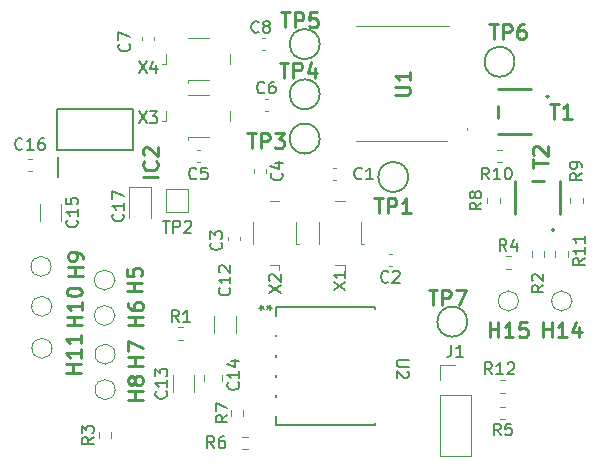
<source format=gbr>
%TF.GenerationSoftware,KiCad,Pcbnew,8.0.6*%
%TF.CreationDate,2025-01-13T11:37:24-05:00*%
%TF.ProjectId,kmh_RTx,6b6d685f-5254-4782-9e6b-696361645f70,rev?*%
%TF.SameCoordinates,Original*%
%TF.FileFunction,Legend,Top*%
%TF.FilePolarity,Positive*%
%FSLAX46Y46*%
G04 Gerber Fmt 4.6, Leading zero omitted, Abs format (unit mm)*
G04 Created by KiCad (PCBNEW 8.0.6) date 2025-01-13 11:37:24*
%MOMM*%
%LPD*%
G01*
G04 APERTURE LIST*
%ADD10C,0.254000*%
%ADD11C,0.150000*%
%ADD12C,0.200000*%
%ADD13C,0.120000*%
%ADD14C,0.100000*%
%ADD15C,0.250000*%
%ADD16C,0.152400*%
G04 APERTURE END LIST*
D10*
X124255381Y-48564318D02*
X124981095Y-48564318D01*
X124618238Y-49834318D02*
X124618238Y-48564318D01*
X125404428Y-49834318D02*
X125404428Y-48564318D01*
X125404428Y-48564318D02*
X125888238Y-48564318D01*
X125888238Y-48564318D02*
X126009190Y-48624794D01*
X126009190Y-48624794D02*
X126069667Y-48685270D01*
X126069667Y-48685270D02*
X126130143Y-48806222D01*
X126130143Y-48806222D02*
X126130143Y-48987651D01*
X126130143Y-48987651D02*
X126069667Y-49108603D01*
X126069667Y-49108603D02*
X126009190Y-49169080D01*
X126009190Y-49169080D02*
X125888238Y-49229556D01*
X125888238Y-49229556D02*
X125404428Y-49229556D01*
X126553476Y-48564318D02*
X127400143Y-48564318D01*
X127400143Y-48564318D02*
X126855857Y-49834318D01*
D11*
X99690476Y-29204819D02*
X100357142Y-30204819D01*
X100357142Y-29204819D02*
X99690476Y-30204819D01*
X101166666Y-29538152D02*
X101166666Y-30204819D01*
X100928571Y-29157200D02*
X100690476Y-29871485D01*
X100690476Y-29871485D02*
X101309523Y-29871485D01*
X99690476Y-33454819D02*
X100357142Y-34454819D01*
X100357142Y-33454819D02*
X99690476Y-34454819D01*
X100642857Y-33454819D02*
X101261904Y-33454819D01*
X101261904Y-33454819D02*
X100928571Y-33835771D01*
X100928571Y-33835771D02*
X101071428Y-33835771D01*
X101071428Y-33835771D02*
X101166666Y-33883390D01*
X101166666Y-33883390D02*
X101214285Y-33931009D01*
X101214285Y-33931009D02*
X101261904Y-34026247D01*
X101261904Y-34026247D02*
X101261904Y-34264342D01*
X101261904Y-34264342D02*
X101214285Y-34359580D01*
X101214285Y-34359580D02*
X101166666Y-34407200D01*
X101166666Y-34407200D02*
X101071428Y-34454819D01*
X101071428Y-34454819D02*
X100785714Y-34454819D01*
X100785714Y-34454819D02*
X100690476Y-34407200D01*
X100690476Y-34407200D02*
X100642857Y-34359580D01*
X110704819Y-48809523D02*
X111704819Y-48142857D01*
X110704819Y-48142857D02*
X111704819Y-48809523D01*
X110800057Y-47809523D02*
X110752438Y-47761904D01*
X110752438Y-47761904D02*
X110704819Y-47666666D01*
X110704819Y-47666666D02*
X110704819Y-47428571D01*
X110704819Y-47428571D02*
X110752438Y-47333333D01*
X110752438Y-47333333D02*
X110800057Y-47285714D01*
X110800057Y-47285714D02*
X110895295Y-47238095D01*
X110895295Y-47238095D02*
X110990533Y-47238095D01*
X110990533Y-47238095D02*
X111133390Y-47285714D01*
X111133390Y-47285714D02*
X111704819Y-47857142D01*
X111704819Y-47857142D02*
X111704819Y-47238095D01*
X116204819Y-48559523D02*
X117204819Y-47892857D01*
X116204819Y-47892857D02*
X117204819Y-48559523D01*
X117204819Y-46988095D02*
X117204819Y-47559523D01*
X117204819Y-47273809D02*
X116204819Y-47273809D01*
X116204819Y-47273809D02*
X116347676Y-47369047D01*
X116347676Y-47369047D02*
X116442914Y-47464285D01*
X116442914Y-47464285D02*
X116490533Y-47559523D01*
X129607142Y-55704819D02*
X129273809Y-55228628D01*
X129035714Y-55704819D02*
X129035714Y-54704819D01*
X129035714Y-54704819D02*
X129416666Y-54704819D01*
X129416666Y-54704819D02*
X129511904Y-54752438D01*
X129511904Y-54752438D02*
X129559523Y-54800057D01*
X129559523Y-54800057D02*
X129607142Y-54895295D01*
X129607142Y-54895295D02*
X129607142Y-55038152D01*
X129607142Y-55038152D02*
X129559523Y-55133390D01*
X129559523Y-55133390D02*
X129511904Y-55181009D01*
X129511904Y-55181009D02*
X129416666Y-55228628D01*
X129416666Y-55228628D02*
X129035714Y-55228628D01*
X130559523Y-55704819D02*
X129988095Y-55704819D01*
X130273809Y-55704819D02*
X130273809Y-54704819D01*
X130273809Y-54704819D02*
X130178571Y-54847676D01*
X130178571Y-54847676D02*
X130083333Y-54942914D01*
X130083333Y-54942914D02*
X129988095Y-54990533D01*
X130940476Y-54800057D02*
X130988095Y-54752438D01*
X130988095Y-54752438D02*
X131083333Y-54704819D01*
X131083333Y-54704819D02*
X131321428Y-54704819D01*
X131321428Y-54704819D02*
X131416666Y-54752438D01*
X131416666Y-54752438D02*
X131464285Y-54800057D01*
X131464285Y-54800057D02*
X131511904Y-54895295D01*
X131511904Y-54895295D02*
X131511904Y-54990533D01*
X131511904Y-54990533D02*
X131464285Y-55133390D01*
X131464285Y-55133390D02*
X130892857Y-55704819D01*
X130892857Y-55704819D02*
X131511904Y-55704819D01*
X126166666Y-53204819D02*
X126166666Y-53919104D01*
X126166666Y-53919104D02*
X126119047Y-54061961D01*
X126119047Y-54061961D02*
X126023809Y-54157200D01*
X126023809Y-54157200D02*
X125880952Y-54204819D01*
X125880952Y-54204819D02*
X125785714Y-54204819D01*
X127166666Y-54204819D02*
X126595238Y-54204819D01*
X126880952Y-54204819D02*
X126880952Y-53204819D01*
X126880952Y-53204819D02*
X126785714Y-53347676D01*
X126785714Y-53347676D02*
X126690476Y-53442914D01*
X126690476Y-53442914D02*
X126595238Y-53490533D01*
D10*
X121412318Y-32067619D02*
X122440413Y-32067619D01*
X122440413Y-32067619D02*
X122561365Y-32007142D01*
X122561365Y-32007142D02*
X122621842Y-31946666D01*
X122621842Y-31946666D02*
X122682318Y-31825714D01*
X122682318Y-31825714D02*
X122682318Y-31583809D01*
X122682318Y-31583809D02*
X122621842Y-31462857D01*
X122621842Y-31462857D02*
X122561365Y-31402380D01*
X122561365Y-31402380D02*
X122440413Y-31341904D01*
X122440413Y-31341904D02*
X121412318Y-31341904D01*
X122682318Y-30071904D02*
X122682318Y-30797619D01*
X122682318Y-30434762D02*
X121412318Y-30434762D01*
X121412318Y-30434762D02*
X121593746Y-30555714D01*
X121593746Y-30555714D02*
X121714699Y-30676666D01*
X121714699Y-30676666D02*
X121775175Y-30797619D01*
X134532381Y-32804318D02*
X135258095Y-32804318D01*
X134895238Y-34074318D02*
X134895238Y-32804318D01*
X136346667Y-34074318D02*
X135620952Y-34074318D01*
X135983809Y-34074318D02*
X135983809Y-32804318D01*
X135983809Y-32804318D02*
X135862857Y-32985746D01*
X135862857Y-32985746D02*
X135741905Y-33106699D01*
X135741905Y-33106699D02*
X135620952Y-33167175D01*
X133054318Y-38217618D02*
X133054318Y-37491904D01*
X134324318Y-37854761D02*
X133054318Y-37854761D01*
X133175270Y-37129047D02*
X133114794Y-37068571D01*
X133114794Y-37068571D02*
X133054318Y-36947618D01*
X133054318Y-36947618D02*
X133054318Y-36645237D01*
X133054318Y-36645237D02*
X133114794Y-36524285D01*
X133114794Y-36524285D02*
X133175270Y-36463809D01*
X133175270Y-36463809D02*
X133296222Y-36403332D01*
X133296222Y-36403332D02*
X133417175Y-36403332D01*
X133417175Y-36403332D02*
X133598603Y-36463809D01*
X133598603Y-36463809D02*
X134324318Y-37189523D01*
X134324318Y-37189523D02*
X134324318Y-36403332D01*
D11*
X122545180Y-54488095D02*
X121735657Y-54488095D01*
X121735657Y-54488095D02*
X121640419Y-54535714D01*
X121640419Y-54535714D02*
X121592800Y-54583333D01*
X121592800Y-54583333D02*
X121545180Y-54678571D01*
X121545180Y-54678571D02*
X121545180Y-54869047D01*
X121545180Y-54869047D02*
X121592800Y-54964285D01*
X121592800Y-54964285D02*
X121640419Y-55011904D01*
X121640419Y-55011904D02*
X121735657Y-55059523D01*
X121735657Y-55059523D02*
X122545180Y-55059523D01*
X122449942Y-55488095D02*
X122497561Y-55535714D01*
X122497561Y-55535714D02*
X122545180Y-55630952D01*
X122545180Y-55630952D02*
X122545180Y-55869047D01*
X122545180Y-55869047D02*
X122497561Y-55964285D01*
X122497561Y-55964285D02*
X122449942Y-56011904D01*
X122449942Y-56011904D02*
X122354704Y-56059523D01*
X122354704Y-56059523D02*
X122259466Y-56059523D01*
X122259466Y-56059523D02*
X122116609Y-56011904D01*
X122116609Y-56011904D02*
X121545180Y-55440476D01*
X121545180Y-55440476D02*
X121545180Y-56059523D01*
X110966580Y-50064999D02*
X110728485Y-50064999D01*
X110823723Y-49826904D02*
X110728485Y-50064999D01*
X110728485Y-50064999D02*
X110823723Y-50303094D01*
X110538009Y-49922142D02*
X110728485Y-50064999D01*
X110728485Y-50064999D02*
X110538009Y-50207856D01*
X109876219Y-50064998D02*
X110114314Y-50064998D01*
X110019076Y-50303093D02*
X110114314Y-50064998D01*
X110114314Y-50064998D02*
X110019076Y-49826903D01*
X110304790Y-50207855D02*
X110114314Y-50064998D01*
X110114314Y-50064998D02*
X110304790Y-49922141D01*
D10*
X129397381Y-26054318D02*
X130123095Y-26054318D01*
X129760238Y-27324318D02*
X129760238Y-26054318D01*
X130546428Y-27324318D02*
X130546428Y-26054318D01*
X130546428Y-26054318D02*
X131030238Y-26054318D01*
X131030238Y-26054318D02*
X131151190Y-26114794D01*
X131151190Y-26114794D02*
X131211667Y-26175270D01*
X131211667Y-26175270D02*
X131272143Y-26296222D01*
X131272143Y-26296222D02*
X131272143Y-26477651D01*
X131272143Y-26477651D02*
X131211667Y-26598603D01*
X131211667Y-26598603D02*
X131151190Y-26659080D01*
X131151190Y-26659080D02*
X131030238Y-26719556D01*
X131030238Y-26719556D02*
X130546428Y-26719556D01*
X132360714Y-26054318D02*
X132118809Y-26054318D01*
X132118809Y-26054318D02*
X131997857Y-26114794D01*
X131997857Y-26114794D02*
X131937381Y-26175270D01*
X131937381Y-26175270D02*
X131816428Y-26356699D01*
X131816428Y-26356699D02*
X131755952Y-26598603D01*
X131755952Y-26598603D02*
X131755952Y-27082413D01*
X131755952Y-27082413D02*
X131816428Y-27203365D01*
X131816428Y-27203365D02*
X131876905Y-27263842D01*
X131876905Y-27263842D02*
X131997857Y-27324318D01*
X131997857Y-27324318D02*
X132239762Y-27324318D01*
X132239762Y-27324318D02*
X132360714Y-27263842D01*
X132360714Y-27263842D02*
X132421190Y-27203365D01*
X132421190Y-27203365D02*
X132481667Y-27082413D01*
X132481667Y-27082413D02*
X132481667Y-26780032D01*
X132481667Y-26780032D02*
X132421190Y-26659080D01*
X132421190Y-26659080D02*
X132360714Y-26598603D01*
X132360714Y-26598603D02*
X132239762Y-26538127D01*
X132239762Y-26538127D02*
X131997857Y-26538127D01*
X131997857Y-26538127D02*
X131876905Y-26598603D01*
X131876905Y-26598603D02*
X131816428Y-26659080D01*
X131816428Y-26659080D02*
X131755952Y-26780032D01*
X111755381Y-25064318D02*
X112481095Y-25064318D01*
X112118238Y-26334318D02*
X112118238Y-25064318D01*
X112904428Y-26334318D02*
X112904428Y-25064318D01*
X112904428Y-25064318D02*
X113388238Y-25064318D01*
X113388238Y-25064318D02*
X113509190Y-25124794D01*
X113509190Y-25124794D02*
X113569667Y-25185270D01*
X113569667Y-25185270D02*
X113630143Y-25306222D01*
X113630143Y-25306222D02*
X113630143Y-25487651D01*
X113630143Y-25487651D02*
X113569667Y-25608603D01*
X113569667Y-25608603D02*
X113509190Y-25669080D01*
X113509190Y-25669080D02*
X113388238Y-25729556D01*
X113388238Y-25729556D02*
X112904428Y-25729556D01*
X114779190Y-25064318D02*
X114174428Y-25064318D01*
X114174428Y-25064318D02*
X114113952Y-25669080D01*
X114113952Y-25669080D02*
X114174428Y-25608603D01*
X114174428Y-25608603D02*
X114295381Y-25548127D01*
X114295381Y-25548127D02*
X114597762Y-25548127D01*
X114597762Y-25548127D02*
X114718714Y-25608603D01*
X114718714Y-25608603D02*
X114779190Y-25669080D01*
X114779190Y-25669080D02*
X114839667Y-25790032D01*
X114839667Y-25790032D02*
X114839667Y-26092413D01*
X114839667Y-26092413D02*
X114779190Y-26213365D01*
X114779190Y-26213365D02*
X114718714Y-26273842D01*
X114718714Y-26273842D02*
X114597762Y-26334318D01*
X114597762Y-26334318D02*
X114295381Y-26334318D01*
X114295381Y-26334318D02*
X114174428Y-26273842D01*
X114174428Y-26273842D02*
X114113952Y-26213365D01*
X111647381Y-29314318D02*
X112373095Y-29314318D01*
X112010238Y-30584318D02*
X112010238Y-29314318D01*
X112796428Y-30584318D02*
X112796428Y-29314318D01*
X112796428Y-29314318D02*
X113280238Y-29314318D01*
X113280238Y-29314318D02*
X113401190Y-29374794D01*
X113401190Y-29374794D02*
X113461667Y-29435270D01*
X113461667Y-29435270D02*
X113522143Y-29556222D01*
X113522143Y-29556222D02*
X113522143Y-29737651D01*
X113522143Y-29737651D02*
X113461667Y-29858603D01*
X113461667Y-29858603D02*
X113401190Y-29919080D01*
X113401190Y-29919080D02*
X113280238Y-29979556D01*
X113280238Y-29979556D02*
X112796428Y-29979556D01*
X114610714Y-29737651D02*
X114610714Y-30584318D01*
X114308333Y-29253842D02*
X114005952Y-30160984D01*
X114005952Y-30160984D02*
X114792143Y-30160984D01*
X108897381Y-35304318D02*
X109623095Y-35304318D01*
X109260238Y-36574318D02*
X109260238Y-35304318D01*
X110046428Y-36574318D02*
X110046428Y-35304318D01*
X110046428Y-35304318D02*
X110530238Y-35304318D01*
X110530238Y-35304318D02*
X110651190Y-35364794D01*
X110651190Y-35364794D02*
X110711667Y-35425270D01*
X110711667Y-35425270D02*
X110772143Y-35546222D01*
X110772143Y-35546222D02*
X110772143Y-35727651D01*
X110772143Y-35727651D02*
X110711667Y-35848603D01*
X110711667Y-35848603D02*
X110651190Y-35909080D01*
X110651190Y-35909080D02*
X110530238Y-35969556D01*
X110530238Y-35969556D02*
X110046428Y-35969556D01*
X111195476Y-35304318D02*
X111981667Y-35304318D01*
X111981667Y-35304318D02*
X111558333Y-35788127D01*
X111558333Y-35788127D02*
X111739762Y-35788127D01*
X111739762Y-35788127D02*
X111860714Y-35848603D01*
X111860714Y-35848603D02*
X111921190Y-35909080D01*
X111921190Y-35909080D02*
X111981667Y-36030032D01*
X111981667Y-36030032D02*
X111981667Y-36332413D01*
X111981667Y-36332413D02*
X111921190Y-36453365D01*
X111921190Y-36453365D02*
X111860714Y-36513842D01*
X111860714Y-36513842D02*
X111739762Y-36574318D01*
X111739762Y-36574318D02*
X111376905Y-36574318D01*
X111376905Y-36574318D02*
X111255952Y-36513842D01*
X111255952Y-36513842D02*
X111195476Y-36453365D01*
X119647381Y-40804318D02*
X120373095Y-40804318D01*
X120010238Y-42074318D02*
X120010238Y-40804318D01*
X120796428Y-42074318D02*
X120796428Y-40804318D01*
X120796428Y-40804318D02*
X121280238Y-40804318D01*
X121280238Y-40804318D02*
X121401190Y-40864794D01*
X121401190Y-40864794D02*
X121461667Y-40925270D01*
X121461667Y-40925270D02*
X121522143Y-41046222D01*
X121522143Y-41046222D02*
X121522143Y-41227651D01*
X121522143Y-41227651D02*
X121461667Y-41348603D01*
X121461667Y-41348603D02*
X121401190Y-41409080D01*
X121401190Y-41409080D02*
X121280238Y-41469556D01*
X121280238Y-41469556D02*
X120796428Y-41469556D01*
X122731667Y-42074318D02*
X122005952Y-42074318D01*
X122368809Y-42074318D02*
X122368809Y-40804318D01*
X122368809Y-40804318D02*
X122247857Y-40985746D01*
X122247857Y-40985746D02*
X122126905Y-41106699D01*
X122126905Y-41106699D02*
X122005952Y-41167175D01*
D11*
X137454819Y-45892857D02*
X136978628Y-46226190D01*
X137454819Y-46464285D02*
X136454819Y-46464285D01*
X136454819Y-46464285D02*
X136454819Y-46083333D01*
X136454819Y-46083333D02*
X136502438Y-45988095D01*
X136502438Y-45988095D02*
X136550057Y-45940476D01*
X136550057Y-45940476D02*
X136645295Y-45892857D01*
X136645295Y-45892857D02*
X136788152Y-45892857D01*
X136788152Y-45892857D02*
X136883390Y-45940476D01*
X136883390Y-45940476D02*
X136931009Y-45988095D01*
X136931009Y-45988095D02*
X136978628Y-46083333D01*
X136978628Y-46083333D02*
X136978628Y-46464285D01*
X137454819Y-44940476D02*
X137454819Y-45511904D01*
X137454819Y-45226190D02*
X136454819Y-45226190D01*
X136454819Y-45226190D02*
X136597676Y-45321428D01*
X136597676Y-45321428D02*
X136692914Y-45416666D01*
X136692914Y-45416666D02*
X136740533Y-45511904D01*
X137454819Y-43988095D02*
X137454819Y-44559523D01*
X137454819Y-44273809D02*
X136454819Y-44273809D01*
X136454819Y-44273809D02*
X136597676Y-44369047D01*
X136597676Y-44369047D02*
X136692914Y-44464285D01*
X136692914Y-44464285D02*
X136740533Y-44559523D01*
X129357142Y-39204819D02*
X129023809Y-38728628D01*
X128785714Y-39204819D02*
X128785714Y-38204819D01*
X128785714Y-38204819D02*
X129166666Y-38204819D01*
X129166666Y-38204819D02*
X129261904Y-38252438D01*
X129261904Y-38252438D02*
X129309523Y-38300057D01*
X129309523Y-38300057D02*
X129357142Y-38395295D01*
X129357142Y-38395295D02*
X129357142Y-38538152D01*
X129357142Y-38538152D02*
X129309523Y-38633390D01*
X129309523Y-38633390D02*
X129261904Y-38681009D01*
X129261904Y-38681009D02*
X129166666Y-38728628D01*
X129166666Y-38728628D02*
X128785714Y-38728628D01*
X130309523Y-39204819D02*
X129738095Y-39204819D01*
X130023809Y-39204819D02*
X130023809Y-38204819D01*
X130023809Y-38204819D02*
X129928571Y-38347676D01*
X129928571Y-38347676D02*
X129833333Y-38442914D01*
X129833333Y-38442914D02*
X129738095Y-38490533D01*
X130928571Y-38204819D02*
X131023809Y-38204819D01*
X131023809Y-38204819D02*
X131119047Y-38252438D01*
X131119047Y-38252438D02*
X131166666Y-38300057D01*
X131166666Y-38300057D02*
X131214285Y-38395295D01*
X131214285Y-38395295D02*
X131261904Y-38585771D01*
X131261904Y-38585771D02*
X131261904Y-38823866D01*
X131261904Y-38823866D02*
X131214285Y-39014342D01*
X131214285Y-39014342D02*
X131166666Y-39109580D01*
X131166666Y-39109580D02*
X131119047Y-39157200D01*
X131119047Y-39157200D02*
X131023809Y-39204819D01*
X131023809Y-39204819D02*
X130928571Y-39204819D01*
X130928571Y-39204819D02*
X130833333Y-39157200D01*
X130833333Y-39157200D02*
X130785714Y-39109580D01*
X130785714Y-39109580D02*
X130738095Y-39014342D01*
X130738095Y-39014342D02*
X130690476Y-38823866D01*
X130690476Y-38823866D02*
X130690476Y-38585771D01*
X130690476Y-38585771D02*
X130738095Y-38395295D01*
X130738095Y-38395295D02*
X130785714Y-38300057D01*
X130785714Y-38300057D02*
X130833333Y-38252438D01*
X130833333Y-38252438D02*
X130928571Y-38204819D01*
X137204819Y-38666666D02*
X136728628Y-38999999D01*
X137204819Y-39238094D02*
X136204819Y-39238094D01*
X136204819Y-39238094D02*
X136204819Y-38857142D01*
X136204819Y-38857142D02*
X136252438Y-38761904D01*
X136252438Y-38761904D02*
X136300057Y-38714285D01*
X136300057Y-38714285D02*
X136395295Y-38666666D01*
X136395295Y-38666666D02*
X136538152Y-38666666D01*
X136538152Y-38666666D02*
X136633390Y-38714285D01*
X136633390Y-38714285D02*
X136681009Y-38761904D01*
X136681009Y-38761904D02*
X136728628Y-38857142D01*
X136728628Y-38857142D02*
X136728628Y-39238094D01*
X137204819Y-38190475D02*
X137204819Y-37999999D01*
X137204819Y-37999999D02*
X137157200Y-37904761D01*
X137157200Y-37904761D02*
X137109580Y-37857142D01*
X137109580Y-37857142D02*
X136966723Y-37761904D01*
X136966723Y-37761904D02*
X136776247Y-37714285D01*
X136776247Y-37714285D02*
X136395295Y-37714285D01*
X136395295Y-37714285D02*
X136300057Y-37761904D01*
X136300057Y-37761904D02*
X136252438Y-37809523D01*
X136252438Y-37809523D02*
X136204819Y-37904761D01*
X136204819Y-37904761D02*
X136204819Y-38095237D01*
X136204819Y-38095237D02*
X136252438Y-38190475D01*
X136252438Y-38190475D02*
X136300057Y-38238094D01*
X136300057Y-38238094D02*
X136395295Y-38285713D01*
X136395295Y-38285713D02*
X136633390Y-38285713D01*
X136633390Y-38285713D02*
X136728628Y-38238094D01*
X136728628Y-38238094D02*
X136776247Y-38190475D01*
X136776247Y-38190475D02*
X136823866Y-38095237D01*
X136823866Y-38095237D02*
X136823866Y-37904761D01*
X136823866Y-37904761D02*
X136776247Y-37809523D01*
X136776247Y-37809523D02*
X136728628Y-37761904D01*
X136728628Y-37761904D02*
X136633390Y-37714285D01*
X128704819Y-41166666D02*
X128228628Y-41499999D01*
X128704819Y-41738094D02*
X127704819Y-41738094D01*
X127704819Y-41738094D02*
X127704819Y-41357142D01*
X127704819Y-41357142D02*
X127752438Y-41261904D01*
X127752438Y-41261904D02*
X127800057Y-41214285D01*
X127800057Y-41214285D02*
X127895295Y-41166666D01*
X127895295Y-41166666D02*
X128038152Y-41166666D01*
X128038152Y-41166666D02*
X128133390Y-41214285D01*
X128133390Y-41214285D02*
X128181009Y-41261904D01*
X128181009Y-41261904D02*
X128228628Y-41357142D01*
X128228628Y-41357142D02*
X128228628Y-41738094D01*
X128133390Y-40595237D02*
X128085771Y-40690475D01*
X128085771Y-40690475D02*
X128038152Y-40738094D01*
X128038152Y-40738094D02*
X127942914Y-40785713D01*
X127942914Y-40785713D02*
X127895295Y-40785713D01*
X127895295Y-40785713D02*
X127800057Y-40738094D01*
X127800057Y-40738094D02*
X127752438Y-40690475D01*
X127752438Y-40690475D02*
X127704819Y-40595237D01*
X127704819Y-40595237D02*
X127704819Y-40404761D01*
X127704819Y-40404761D02*
X127752438Y-40309523D01*
X127752438Y-40309523D02*
X127800057Y-40261904D01*
X127800057Y-40261904D02*
X127895295Y-40214285D01*
X127895295Y-40214285D02*
X127942914Y-40214285D01*
X127942914Y-40214285D02*
X128038152Y-40261904D01*
X128038152Y-40261904D02*
X128085771Y-40309523D01*
X128085771Y-40309523D02*
X128133390Y-40404761D01*
X128133390Y-40404761D02*
X128133390Y-40595237D01*
X128133390Y-40595237D02*
X128181009Y-40690475D01*
X128181009Y-40690475D02*
X128228628Y-40738094D01*
X128228628Y-40738094D02*
X128323866Y-40785713D01*
X128323866Y-40785713D02*
X128514342Y-40785713D01*
X128514342Y-40785713D02*
X128609580Y-40738094D01*
X128609580Y-40738094D02*
X128657200Y-40690475D01*
X128657200Y-40690475D02*
X128704819Y-40595237D01*
X128704819Y-40595237D02*
X128704819Y-40404761D01*
X128704819Y-40404761D02*
X128657200Y-40309523D01*
X128657200Y-40309523D02*
X128609580Y-40261904D01*
X128609580Y-40261904D02*
X128514342Y-40214285D01*
X128514342Y-40214285D02*
X128323866Y-40214285D01*
X128323866Y-40214285D02*
X128228628Y-40261904D01*
X128228628Y-40261904D02*
X128181009Y-40309523D01*
X128181009Y-40309523D02*
X128133390Y-40404761D01*
X107204819Y-59166666D02*
X106728628Y-59499999D01*
X107204819Y-59738094D02*
X106204819Y-59738094D01*
X106204819Y-59738094D02*
X106204819Y-59357142D01*
X106204819Y-59357142D02*
X106252438Y-59261904D01*
X106252438Y-59261904D02*
X106300057Y-59214285D01*
X106300057Y-59214285D02*
X106395295Y-59166666D01*
X106395295Y-59166666D02*
X106538152Y-59166666D01*
X106538152Y-59166666D02*
X106633390Y-59214285D01*
X106633390Y-59214285D02*
X106681009Y-59261904D01*
X106681009Y-59261904D02*
X106728628Y-59357142D01*
X106728628Y-59357142D02*
X106728628Y-59738094D01*
X106204819Y-58833332D02*
X106204819Y-58166666D01*
X106204819Y-58166666D02*
X107204819Y-58595237D01*
X106083333Y-61954819D02*
X105750000Y-61478628D01*
X105511905Y-61954819D02*
X105511905Y-60954819D01*
X105511905Y-60954819D02*
X105892857Y-60954819D01*
X105892857Y-60954819D02*
X105988095Y-61002438D01*
X105988095Y-61002438D02*
X106035714Y-61050057D01*
X106035714Y-61050057D02*
X106083333Y-61145295D01*
X106083333Y-61145295D02*
X106083333Y-61288152D01*
X106083333Y-61288152D02*
X106035714Y-61383390D01*
X106035714Y-61383390D02*
X105988095Y-61431009D01*
X105988095Y-61431009D02*
X105892857Y-61478628D01*
X105892857Y-61478628D02*
X105511905Y-61478628D01*
X106940476Y-60954819D02*
X106750000Y-60954819D01*
X106750000Y-60954819D02*
X106654762Y-61002438D01*
X106654762Y-61002438D02*
X106607143Y-61050057D01*
X106607143Y-61050057D02*
X106511905Y-61192914D01*
X106511905Y-61192914D02*
X106464286Y-61383390D01*
X106464286Y-61383390D02*
X106464286Y-61764342D01*
X106464286Y-61764342D02*
X106511905Y-61859580D01*
X106511905Y-61859580D02*
X106559524Y-61907200D01*
X106559524Y-61907200D02*
X106654762Y-61954819D01*
X106654762Y-61954819D02*
X106845238Y-61954819D01*
X106845238Y-61954819D02*
X106940476Y-61907200D01*
X106940476Y-61907200D02*
X106988095Y-61859580D01*
X106988095Y-61859580D02*
X107035714Y-61764342D01*
X107035714Y-61764342D02*
X107035714Y-61526247D01*
X107035714Y-61526247D02*
X106988095Y-61431009D01*
X106988095Y-61431009D02*
X106940476Y-61383390D01*
X106940476Y-61383390D02*
X106845238Y-61335771D01*
X106845238Y-61335771D02*
X106654762Y-61335771D01*
X106654762Y-61335771D02*
X106559524Y-61383390D01*
X106559524Y-61383390D02*
X106511905Y-61431009D01*
X106511905Y-61431009D02*
X106464286Y-61526247D01*
X102009580Y-57142857D02*
X102057200Y-57190476D01*
X102057200Y-57190476D02*
X102104819Y-57333333D01*
X102104819Y-57333333D02*
X102104819Y-57428571D01*
X102104819Y-57428571D02*
X102057200Y-57571428D01*
X102057200Y-57571428D02*
X101961961Y-57666666D01*
X101961961Y-57666666D02*
X101866723Y-57714285D01*
X101866723Y-57714285D02*
X101676247Y-57761904D01*
X101676247Y-57761904D02*
X101533390Y-57761904D01*
X101533390Y-57761904D02*
X101342914Y-57714285D01*
X101342914Y-57714285D02*
X101247676Y-57666666D01*
X101247676Y-57666666D02*
X101152438Y-57571428D01*
X101152438Y-57571428D02*
X101104819Y-57428571D01*
X101104819Y-57428571D02*
X101104819Y-57333333D01*
X101104819Y-57333333D02*
X101152438Y-57190476D01*
X101152438Y-57190476D02*
X101200057Y-57142857D01*
X102104819Y-56190476D02*
X102104819Y-56761904D01*
X102104819Y-56476190D02*
X101104819Y-56476190D01*
X101104819Y-56476190D02*
X101247676Y-56571428D01*
X101247676Y-56571428D02*
X101342914Y-56666666D01*
X101342914Y-56666666D02*
X101390533Y-56761904D01*
X101104819Y-55857142D02*
X101104819Y-55238095D01*
X101104819Y-55238095D02*
X101485771Y-55571428D01*
X101485771Y-55571428D02*
X101485771Y-55428571D01*
X101485771Y-55428571D02*
X101533390Y-55333333D01*
X101533390Y-55333333D02*
X101581009Y-55285714D01*
X101581009Y-55285714D02*
X101676247Y-55238095D01*
X101676247Y-55238095D02*
X101914342Y-55238095D01*
X101914342Y-55238095D02*
X102009580Y-55285714D01*
X102009580Y-55285714D02*
X102057200Y-55333333D01*
X102057200Y-55333333D02*
X102104819Y-55428571D01*
X102104819Y-55428571D02*
X102104819Y-55714285D01*
X102104819Y-55714285D02*
X102057200Y-55809523D01*
X102057200Y-55809523D02*
X102009580Y-55857142D01*
X107359580Y-48392857D02*
X107407200Y-48440476D01*
X107407200Y-48440476D02*
X107454819Y-48583333D01*
X107454819Y-48583333D02*
X107454819Y-48678571D01*
X107454819Y-48678571D02*
X107407200Y-48821428D01*
X107407200Y-48821428D02*
X107311961Y-48916666D01*
X107311961Y-48916666D02*
X107216723Y-48964285D01*
X107216723Y-48964285D02*
X107026247Y-49011904D01*
X107026247Y-49011904D02*
X106883390Y-49011904D01*
X106883390Y-49011904D02*
X106692914Y-48964285D01*
X106692914Y-48964285D02*
X106597676Y-48916666D01*
X106597676Y-48916666D02*
X106502438Y-48821428D01*
X106502438Y-48821428D02*
X106454819Y-48678571D01*
X106454819Y-48678571D02*
X106454819Y-48583333D01*
X106454819Y-48583333D02*
X106502438Y-48440476D01*
X106502438Y-48440476D02*
X106550057Y-48392857D01*
X107454819Y-47440476D02*
X107454819Y-48011904D01*
X107454819Y-47726190D02*
X106454819Y-47726190D01*
X106454819Y-47726190D02*
X106597676Y-47821428D01*
X106597676Y-47821428D02*
X106692914Y-47916666D01*
X106692914Y-47916666D02*
X106740533Y-48011904D01*
X106550057Y-47059523D02*
X106502438Y-47011904D01*
X106502438Y-47011904D02*
X106454819Y-46916666D01*
X106454819Y-46916666D02*
X106454819Y-46678571D01*
X106454819Y-46678571D02*
X106502438Y-46583333D01*
X106502438Y-46583333D02*
X106550057Y-46535714D01*
X106550057Y-46535714D02*
X106645295Y-46488095D01*
X106645295Y-46488095D02*
X106740533Y-46488095D01*
X106740533Y-46488095D02*
X106883390Y-46535714D01*
X106883390Y-46535714D02*
X107454819Y-47107142D01*
X107454819Y-47107142D02*
X107454819Y-46488095D01*
X111789580Y-38666666D02*
X111837200Y-38714285D01*
X111837200Y-38714285D02*
X111884819Y-38857142D01*
X111884819Y-38857142D02*
X111884819Y-38952380D01*
X111884819Y-38952380D02*
X111837200Y-39095237D01*
X111837200Y-39095237D02*
X111741961Y-39190475D01*
X111741961Y-39190475D02*
X111646723Y-39238094D01*
X111646723Y-39238094D02*
X111456247Y-39285713D01*
X111456247Y-39285713D02*
X111313390Y-39285713D01*
X111313390Y-39285713D02*
X111122914Y-39238094D01*
X111122914Y-39238094D02*
X111027676Y-39190475D01*
X111027676Y-39190475D02*
X110932438Y-39095237D01*
X110932438Y-39095237D02*
X110884819Y-38952380D01*
X110884819Y-38952380D02*
X110884819Y-38857142D01*
X110884819Y-38857142D02*
X110932438Y-38714285D01*
X110932438Y-38714285D02*
X110980057Y-38666666D01*
X111218152Y-37809523D02*
X111884819Y-37809523D01*
X110837200Y-38047618D02*
X111551485Y-38285713D01*
X111551485Y-38285713D02*
X111551485Y-37666666D01*
D10*
X100074318Y-54967619D02*
X98804318Y-54967619D01*
X99409080Y-54967619D02*
X99409080Y-54241904D01*
X100074318Y-54241904D02*
X98804318Y-54241904D01*
X98804318Y-53758095D02*
X98804318Y-52911428D01*
X98804318Y-52911428D02*
X100074318Y-53455714D01*
X101324318Y-38989762D02*
X100054318Y-38989762D01*
X101203365Y-37659285D02*
X101263842Y-37719761D01*
X101263842Y-37719761D02*
X101324318Y-37901190D01*
X101324318Y-37901190D02*
X101324318Y-38022142D01*
X101324318Y-38022142D02*
X101263842Y-38203571D01*
X101263842Y-38203571D02*
X101142889Y-38324523D01*
X101142889Y-38324523D02*
X101021937Y-38385000D01*
X101021937Y-38385000D02*
X100780032Y-38445476D01*
X100780032Y-38445476D02*
X100598603Y-38445476D01*
X100598603Y-38445476D02*
X100356699Y-38385000D01*
X100356699Y-38385000D02*
X100235746Y-38324523D01*
X100235746Y-38324523D02*
X100114794Y-38203571D01*
X100114794Y-38203571D02*
X100054318Y-38022142D01*
X100054318Y-38022142D02*
X100054318Y-37901190D01*
X100054318Y-37901190D02*
X100114794Y-37719761D01*
X100114794Y-37719761D02*
X100175270Y-37659285D01*
X100175270Y-37175476D02*
X100114794Y-37115000D01*
X100114794Y-37115000D02*
X100054318Y-36994047D01*
X100054318Y-36994047D02*
X100054318Y-36691666D01*
X100054318Y-36691666D02*
X100114794Y-36570714D01*
X100114794Y-36570714D02*
X100175270Y-36510238D01*
X100175270Y-36510238D02*
X100296222Y-36449761D01*
X100296222Y-36449761D02*
X100417175Y-36449761D01*
X100417175Y-36449761D02*
X100598603Y-36510238D01*
X100598603Y-36510238D02*
X101324318Y-37235952D01*
X101324318Y-37235952D02*
X101324318Y-36449761D01*
D11*
X104583333Y-39109580D02*
X104535714Y-39157200D01*
X104535714Y-39157200D02*
X104392857Y-39204819D01*
X104392857Y-39204819D02*
X104297619Y-39204819D01*
X104297619Y-39204819D02*
X104154762Y-39157200D01*
X104154762Y-39157200D02*
X104059524Y-39061961D01*
X104059524Y-39061961D02*
X104011905Y-38966723D01*
X104011905Y-38966723D02*
X103964286Y-38776247D01*
X103964286Y-38776247D02*
X103964286Y-38633390D01*
X103964286Y-38633390D02*
X104011905Y-38442914D01*
X104011905Y-38442914D02*
X104059524Y-38347676D01*
X104059524Y-38347676D02*
X104154762Y-38252438D01*
X104154762Y-38252438D02*
X104297619Y-38204819D01*
X104297619Y-38204819D02*
X104392857Y-38204819D01*
X104392857Y-38204819D02*
X104535714Y-38252438D01*
X104535714Y-38252438D02*
X104583333Y-38300057D01*
X105488095Y-38204819D02*
X105011905Y-38204819D01*
X105011905Y-38204819D02*
X104964286Y-38681009D01*
X104964286Y-38681009D02*
X105011905Y-38633390D01*
X105011905Y-38633390D02*
X105107143Y-38585771D01*
X105107143Y-38585771D02*
X105345238Y-38585771D01*
X105345238Y-38585771D02*
X105440476Y-38633390D01*
X105440476Y-38633390D02*
X105488095Y-38681009D01*
X105488095Y-38681009D02*
X105535714Y-38776247D01*
X105535714Y-38776247D02*
X105535714Y-39014342D01*
X105535714Y-39014342D02*
X105488095Y-39109580D01*
X105488095Y-39109580D02*
X105440476Y-39157200D01*
X105440476Y-39157200D02*
X105345238Y-39204819D01*
X105345238Y-39204819D02*
X105107143Y-39204819D01*
X105107143Y-39204819D02*
X105011905Y-39157200D01*
X105011905Y-39157200D02*
X104964286Y-39109580D01*
X89857142Y-36609580D02*
X89809523Y-36657200D01*
X89809523Y-36657200D02*
X89666666Y-36704819D01*
X89666666Y-36704819D02*
X89571428Y-36704819D01*
X89571428Y-36704819D02*
X89428571Y-36657200D01*
X89428571Y-36657200D02*
X89333333Y-36561961D01*
X89333333Y-36561961D02*
X89285714Y-36466723D01*
X89285714Y-36466723D02*
X89238095Y-36276247D01*
X89238095Y-36276247D02*
X89238095Y-36133390D01*
X89238095Y-36133390D02*
X89285714Y-35942914D01*
X89285714Y-35942914D02*
X89333333Y-35847676D01*
X89333333Y-35847676D02*
X89428571Y-35752438D01*
X89428571Y-35752438D02*
X89571428Y-35704819D01*
X89571428Y-35704819D02*
X89666666Y-35704819D01*
X89666666Y-35704819D02*
X89809523Y-35752438D01*
X89809523Y-35752438D02*
X89857142Y-35800057D01*
X90809523Y-36704819D02*
X90238095Y-36704819D01*
X90523809Y-36704819D02*
X90523809Y-35704819D01*
X90523809Y-35704819D02*
X90428571Y-35847676D01*
X90428571Y-35847676D02*
X90333333Y-35942914D01*
X90333333Y-35942914D02*
X90238095Y-35990533D01*
X91666666Y-35704819D02*
X91476190Y-35704819D01*
X91476190Y-35704819D02*
X91380952Y-35752438D01*
X91380952Y-35752438D02*
X91333333Y-35800057D01*
X91333333Y-35800057D02*
X91238095Y-35942914D01*
X91238095Y-35942914D02*
X91190476Y-36133390D01*
X91190476Y-36133390D02*
X91190476Y-36514342D01*
X91190476Y-36514342D02*
X91238095Y-36609580D01*
X91238095Y-36609580D02*
X91285714Y-36657200D01*
X91285714Y-36657200D02*
X91380952Y-36704819D01*
X91380952Y-36704819D02*
X91571428Y-36704819D01*
X91571428Y-36704819D02*
X91666666Y-36657200D01*
X91666666Y-36657200D02*
X91714285Y-36609580D01*
X91714285Y-36609580D02*
X91761904Y-36514342D01*
X91761904Y-36514342D02*
X91761904Y-36276247D01*
X91761904Y-36276247D02*
X91714285Y-36181009D01*
X91714285Y-36181009D02*
X91666666Y-36133390D01*
X91666666Y-36133390D02*
X91571428Y-36085771D01*
X91571428Y-36085771D02*
X91380952Y-36085771D01*
X91380952Y-36085771D02*
X91285714Y-36133390D01*
X91285714Y-36133390D02*
X91238095Y-36181009D01*
X91238095Y-36181009D02*
X91190476Y-36276247D01*
X101738095Y-42704819D02*
X102309523Y-42704819D01*
X102023809Y-43704819D02*
X102023809Y-42704819D01*
X102642857Y-43704819D02*
X102642857Y-42704819D01*
X102642857Y-42704819D02*
X103023809Y-42704819D01*
X103023809Y-42704819D02*
X103119047Y-42752438D01*
X103119047Y-42752438D02*
X103166666Y-42800057D01*
X103166666Y-42800057D02*
X103214285Y-42895295D01*
X103214285Y-42895295D02*
X103214285Y-43038152D01*
X103214285Y-43038152D02*
X103166666Y-43133390D01*
X103166666Y-43133390D02*
X103119047Y-43181009D01*
X103119047Y-43181009D02*
X103023809Y-43228628D01*
X103023809Y-43228628D02*
X102642857Y-43228628D01*
X103595238Y-42800057D02*
X103642857Y-42752438D01*
X103642857Y-42752438D02*
X103738095Y-42704819D01*
X103738095Y-42704819D02*
X103976190Y-42704819D01*
X103976190Y-42704819D02*
X104071428Y-42752438D01*
X104071428Y-42752438D02*
X104119047Y-42800057D01*
X104119047Y-42800057D02*
X104166666Y-42895295D01*
X104166666Y-42895295D02*
X104166666Y-42990533D01*
X104166666Y-42990533D02*
X104119047Y-43133390D01*
X104119047Y-43133390D02*
X103547619Y-43704819D01*
X103547619Y-43704819D02*
X104166666Y-43704819D01*
X110333333Y-31834580D02*
X110285714Y-31882200D01*
X110285714Y-31882200D02*
X110142857Y-31929819D01*
X110142857Y-31929819D02*
X110047619Y-31929819D01*
X110047619Y-31929819D02*
X109904762Y-31882200D01*
X109904762Y-31882200D02*
X109809524Y-31786961D01*
X109809524Y-31786961D02*
X109761905Y-31691723D01*
X109761905Y-31691723D02*
X109714286Y-31501247D01*
X109714286Y-31501247D02*
X109714286Y-31358390D01*
X109714286Y-31358390D02*
X109761905Y-31167914D01*
X109761905Y-31167914D02*
X109809524Y-31072676D01*
X109809524Y-31072676D02*
X109904762Y-30977438D01*
X109904762Y-30977438D02*
X110047619Y-30929819D01*
X110047619Y-30929819D02*
X110142857Y-30929819D01*
X110142857Y-30929819D02*
X110285714Y-30977438D01*
X110285714Y-30977438D02*
X110333333Y-31025057D01*
X111190476Y-30929819D02*
X111000000Y-30929819D01*
X111000000Y-30929819D02*
X110904762Y-30977438D01*
X110904762Y-30977438D02*
X110857143Y-31025057D01*
X110857143Y-31025057D02*
X110761905Y-31167914D01*
X110761905Y-31167914D02*
X110714286Y-31358390D01*
X110714286Y-31358390D02*
X110714286Y-31739342D01*
X110714286Y-31739342D02*
X110761905Y-31834580D01*
X110761905Y-31834580D02*
X110809524Y-31882200D01*
X110809524Y-31882200D02*
X110904762Y-31929819D01*
X110904762Y-31929819D02*
X111095238Y-31929819D01*
X111095238Y-31929819D02*
X111190476Y-31882200D01*
X111190476Y-31882200D02*
X111238095Y-31834580D01*
X111238095Y-31834580D02*
X111285714Y-31739342D01*
X111285714Y-31739342D02*
X111285714Y-31501247D01*
X111285714Y-31501247D02*
X111238095Y-31406009D01*
X111238095Y-31406009D02*
X111190476Y-31358390D01*
X111190476Y-31358390D02*
X111095238Y-31310771D01*
X111095238Y-31310771D02*
X110904762Y-31310771D01*
X110904762Y-31310771D02*
X110809524Y-31358390D01*
X110809524Y-31358390D02*
X110761905Y-31406009D01*
X110761905Y-31406009D02*
X110714286Y-31501247D01*
X130833333Y-45274819D02*
X130500000Y-44798628D01*
X130261905Y-45274819D02*
X130261905Y-44274819D01*
X130261905Y-44274819D02*
X130642857Y-44274819D01*
X130642857Y-44274819D02*
X130738095Y-44322438D01*
X130738095Y-44322438D02*
X130785714Y-44370057D01*
X130785714Y-44370057D02*
X130833333Y-44465295D01*
X130833333Y-44465295D02*
X130833333Y-44608152D01*
X130833333Y-44608152D02*
X130785714Y-44703390D01*
X130785714Y-44703390D02*
X130738095Y-44751009D01*
X130738095Y-44751009D02*
X130642857Y-44798628D01*
X130642857Y-44798628D02*
X130261905Y-44798628D01*
X131690476Y-44608152D02*
X131690476Y-45274819D01*
X131452381Y-44227200D02*
X131214286Y-44941485D01*
X131214286Y-44941485D02*
X131833333Y-44941485D01*
D10*
X94874318Y-51572381D02*
X93604318Y-51572381D01*
X94209080Y-51572381D02*
X94209080Y-50846666D01*
X94874318Y-50846666D02*
X93604318Y-50846666D01*
X94874318Y-49576666D02*
X94874318Y-50302381D01*
X94874318Y-49939524D02*
X93604318Y-49939524D01*
X93604318Y-49939524D02*
X93785746Y-50060476D01*
X93785746Y-50060476D02*
X93906699Y-50181428D01*
X93906699Y-50181428D02*
X93967175Y-50302381D01*
X93604318Y-48790476D02*
X93604318Y-48669523D01*
X93604318Y-48669523D02*
X93664794Y-48548571D01*
X93664794Y-48548571D02*
X93725270Y-48488095D01*
X93725270Y-48488095D02*
X93846222Y-48427619D01*
X93846222Y-48427619D02*
X94088127Y-48367142D01*
X94088127Y-48367142D02*
X94390508Y-48367142D01*
X94390508Y-48367142D02*
X94632413Y-48427619D01*
X94632413Y-48427619D02*
X94753365Y-48488095D01*
X94753365Y-48488095D02*
X94813842Y-48548571D01*
X94813842Y-48548571D02*
X94874318Y-48669523D01*
X94874318Y-48669523D02*
X94874318Y-48790476D01*
X94874318Y-48790476D02*
X94813842Y-48911428D01*
X94813842Y-48911428D02*
X94753365Y-48971904D01*
X94753365Y-48971904D02*
X94632413Y-49032381D01*
X94632413Y-49032381D02*
X94390508Y-49092857D01*
X94390508Y-49092857D02*
X94088127Y-49092857D01*
X94088127Y-49092857D02*
X93846222Y-49032381D01*
X93846222Y-49032381D02*
X93725270Y-48971904D01*
X93725270Y-48971904D02*
X93664794Y-48911428D01*
X93664794Y-48911428D02*
X93604318Y-48790476D01*
D11*
X118583333Y-39109580D02*
X118535714Y-39157200D01*
X118535714Y-39157200D02*
X118392857Y-39204819D01*
X118392857Y-39204819D02*
X118297619Y-39204819D01*
X118297619Y-39204819D02*
X118154762Y-39157200D01*
X118154762Y-39157200D02*
X118059524Y-39061961D01*
X118059524Y-39061961D02*
X118011905Y-38966723D01*
X118011905Y-38966723D02*
X117964286Y-38776247D01*
X117964286Y-38776247D02*
X117964286Y-38633390D01*
X117964286Y-38633390D02*
X118011905Y-38442914D01*
X118011905Y-38442914D02*
X118059524Y-38347676D01*
X118059524Y-38347676D02*
X118154762Y-38252438D01*
X118154762Y-38252438D02*
X118297619Y-38204819D01*
X118297619Y-38204819D02*
X118392857Y-38204819D01*
X118392857Y-38204819D02*
X118535714Y-38252438D01*
X118535714Y-38252438D02*
X118583333Y-38300057D01*
X119535714Y-39204819D02*
X118964286Y-39204819D01*
X119250000Y-39204819D02*
X119250000Y-38204819D01*
X119250000Y-38204819D02*
X119154762Y-38347676D01*
X119154762Y-38347676D02*
X119059524Y-38442914D01*
X119059524Y-38442914D02*
X118964286Y-38490533D01*
X108109580Y-56392857D02*
X108157200Y-56440476D01*
X108157200Y-56440476D02*
X108204819Y-56583333D01*
X108204819Y-56583333D02*
X108204819Y-56678571D01*
X108204819Y-56678571D02*
X108157200Y-56821428D01*
X108157200Y-56821428D02*
X108061961Y-56916666D01*
X108061961Y-56916666D02*
X107966723Y-56964285D01*
X107966723Y-56964285D02*
X107776247Y-57011904D01*
X107776247Y-57011904D02*
X107633390Y-57011904D01*
X107633390Y-57011904D02*
X107442914Y-56964285D01*
X107442914Y-56964285D02*
X107347676Y-56916666D01*
X107347676Y-56916666D02*
X107252438Y-56821428D01*
X107252438Y-56821428D02*
X107204819Y-56678571D01*
X107204819Y-56678571D02*
X107204819Y-56583333D01*
X107204819Y-56583333D02*
X107252438Y-56440476D01*
X107252438Y-56440476D02*
X107300057Y-56392857D01*
X108204819Y-55440476D02*
X108204819Y-56011904D01*
X108204819Y-55726190D02*
X107204819Y-55726190D01*
X107204819Y-55726190D02*
X107347676Y-55821428D01*
X107347676Y-55821428D02*
X107442914Y-55916666D01*
X107442914Y-55916666D02*
X107490533Y-56011904D01*
X107538152Y-54583333D02*
X108204819Y-54583333D01*
X107157200Y-54821428D02*
X107871485Y-55059523D01*
X107871485Y-55059523D02*
X107871485Y-54440476D01*
X95874819Y-61016666D02*
X95398628Y-61349999D01*
X95874819Y-61588094D02*
X94874819Y-61588094D01*
X94874819Y-61588094D02*
X94874819Y-61207142D01*
X94874819Y-61207142D02*
X94922438Y-61111904D01*
X94922438Y-61111904D02*
X94970057Y-61064285D01*
X94970057Y-61064285D02*
X95065295Y-61016666D01*
X95065295Y-61016666D02*
X95208152Y-61016666D01*
X95208152Y-61016666D02*
X95303390Y-61064285D01*
X95303390Y-61064285D02*
X95351009Y-61111904D01*
X95351009Y-61111904D02*
X95398628Y-61207142D01*
X95398628Y-61207142D02*
X95398628Y-61588094D01*
X94874819Y-60683332D02*
X94874819Y-60064285D01*
X94874819Y-60064285D02*
X95255771Y-60397618D01*
X95255771Y-60397618D02*
X95255771Y-60254761D01*
X95255771Y-60254761D02*
X95303390Y-60159523D01*
X95303390Y-60159523D02*
X95351009Y-60111904D01*
X95351009Y-60111904D02*
X95446247Y-60064285D01*
X95446247Y-60064285D02*
X95684342Y-60064285D01*
X95684342Y-60064285D02*
X95779580Y-60111904D01*
X95779580Y-60111904D02*
X95827200Y-60159523D01*
X95827200Y-60159523D02*
X95874819Y-60254761D01*
X95874819Y-60254761D02*
X95874819Y-60540475D01*
X95874819Y-60540475D02*
X95827200Y-60635713D01*
X95827200Y-60635713D02*
X95779580Y-60683332D01*
X109858333Y-26709580D02*
X109810714Y-26757200D01*
X109810714Y-26757200D02*
X109667857Y-26804819D01*
X109667857Y-26804819D02*
X109572619Y-26804819D01*
X109572619Y-26804819D02*
X109429762Y-26757200D01*
X109429762Y-26757200D02*
X109334524Y-26661961D01*
X109334524Y-26661961D02*
X109286905Y-26566723D01*
X109286905Y-26566723D02*
X109239286Y-26376247D01*
X109239286Y-26376247D02*
X109239286Y-26233390D01*
X109239286Y-26233390D02*
X109286905Y-26042914D01*
X109286905Y-26042914D02*
X109334524Y-25947676D01*
X109334524Y-25947676D02*
X109429762Y-25852438D01*
X109429762Y-25852438D02*
X109572619Y-25804819D01*
X109572619Y-25804819D02*
X109667857Y-25804819D01*
X109667857Y-25804819D02*
X109810714Y-25852438D01*
X109810714Y-25852438D02*
X109858333Y-25900057D01*
X110429762Y-26233390D02*
X110334524Y-26185771D01*
X110334524Y-26185771D02*
X110286905Y-26138152D01*
X110286905Y-26138152D02*
X110239286Y-26042914D01*
X110239286Y-26042914D02*
X110239286Y-25995295D01*
X110239286Y-25995295D02*
X110286905Y-25900057D01*
X110286905Y-25900057D02*
X110334524Y-25852438D01*
X110334524Y-25852438D02*
X110429762Y-25804819D01*
X110429762Y-25804819D02*
X110620238Y-25804819D01*
X110620238Y-25804819D02*
X110715476Y-25852438D01*
X110715476Y-25852438D02*
X110763095Y-25900057D01*
X110763095Y-25900057D02*
X110810714Y-25995295D01*
X110810714Y-25995295D02*
X110810714Y-26042914D01*
X110810714Y-26042914D02*
X110763095Y-26138152D01*
X110763095Y-26138152D02*
X110715476Y-26185771D01*
X110715476Y-26185771D02*
X110620238Y-26233390D01*
X110620238Y-26233390D02*
X110429762Y-26233390D01*
X110429762Y-26233390D02*
X110334524Y-26281009D01*
X110334524Y-26281009D02*
X110286905Y-26328628D01*
X110286905Y-26328628D02*
X110239286Y-26423866D01*
X110239286Y-26423866D02*
X110239286Y-26614342D01*
X110239286Y-26614342D02*
X110286905Y-26709580D01*
X110286905Y-26709580D02*
X110334524Y-26757200D01*
X110334524Y-26757200D02*
X110429762Y-26804819D01*
X110429762Y-26804819D02*
X110620238Y-26804819D01*
X110620238Y-26804819D02*
X110715476Y-26757200D01*
X110715476Y-26757200D02*
X110763095Y-26709580D01*
X110763095Y-26709580D02*
X110810714Y-26614342D01*
X110810714Y-26614342D02*
X110810714Y-26423866D01*
X110810714Y-26423866D02*
X110763095Y-26328628D01*
X110763095Y-26328628D02*
X110715476Y-26281009D01*
X110715476Y-26281009D02*
X110620238Y-26233390D01*
D10*
X100074318Y-51567619D02*
X98804318Y-51567619D01*
X99409080Y-51567619D02*
X99409080Y-50841904D01*
X100074318Y-50841904D02*
X98804318Y-50841904D01*
X98804318Y-49692857D02*
X98804318Y-49934762D01*
X98804318Y-49934762D02*
X98864794Y-50055714D01*
X98864794Y-50055714D02*
X98925270Y-50116190D01*
X98925270Y-50116190D02*
X99106699Y-50237143D01*
X99106699Y-50237143D02*
X99348603Y-50297619D01*
X99348603Y-50297619D02*
X99832413Y-50297619D01*
X99832413Y-50297619D02*
X99953365Y-50237143D01*
X99953365Y-50237143D02*
X100013842Y-50176666D01*
X100013842Y-50176666D02*
X100074318Y-50055714D01*
X100074318Y-50055714D02*
X100074318Y-49813809D01*
X100074318Y-49813809D02*
X100013842Y-49692857D01*
X100013842Y-49692857D02*
X99953365Y-49632381D01*
X99953365Y-49632381D02*
X99832413Y-49571904D01*
X99832413Y-49571904D02*
X99530032Y-49571904D01*
X99530032Y-49571904D02*
X99409080Y-49632381D01*
X99409080Y-49632381D02*
X99348603Y-49692857D01*
X99348603Y-49692857D02*
X99288127Y-49813809D01*
X99288127Y-49813809D02*
X99288127Y-50055714D01*
X99288127Y-50055714D02*
X99348603Y-50176666D01*
X99348603Y-50176666D02*
X99409080Y-50237143D01*
X99409080Y-50237143D02*
X99530032Y-50297619D01*
D11*
X120833333Y-47859580D02*
X120785714Y-47907200D01*
X120785714Y-47907200D02*
X120642857Y-47954819D01*
X120642857Y-47954819D02*
X120547619Y-47954819D01*
X120547619Y-47954819D02*
X120404762Y-47907200D01*
X120404762Y-47907200D02*
X120309524Y-47811961D01*
X120309524Y-47811961D02*
X120261905Y-47716723D01*
X120261905Y-47716723D02*
X120214286Y-47526247D01*
X120214286Y-47526247D02*
X120214286Y-47383390D01*
X120214286Y-47383390D02*
X120261905Y-47192914D01*
X120261905Y-47192914D02*
X120309524Y-47097676D01*
X120309524Y-47097676D02*
X120404762Y-47002438D01*
X120404762Y-47002438D02*
X120547619Y-46954819D01*
X120547619Y-46954819D02*
X120642857Y-46954819D01*
X120642857Y-46954819D02*
X120785714Y-47002438D01*
X120785714Y-47002438D02*
X120833333Y-47050057D01*
X121214286Y-47050057D02*
X121261905Y-47002438D01*
X121261905Y-47002438D02*
X121357143Y-46954819D01*
X121357143Y-46954819D02*
X121595238Y-46954819D01*
X121595238Y-46954819D02*
X121690476Y-47002438D01*
X121690476Y-47002438D02*
X121738095Y-47050057D01*
X121738095Y-47050057D02*
X121785714Y-47145295D01*
X121785714Y-47145295D02*
X121785714Y-47240533D01*
X121785714Y-47240533D02*
X121738095Y-47383390D01*
X121738095Y-47383390D02*
X121166667Y-47954819D01*
X121166667Y-47954819D02*
X121785714Y-47954819D01*
D10*
X94974318Y-47367619D02*
X93704318Y-47367619D01*
X94309080Y-47367619D02*
X94309080Y-46641904D01*
X94974318Y-46641904D02*
X93704318Y-46641904D01*
X94974318Y-45976666D02*
X94974318Y-45734762D01*
X94974318Y-45734762D02*
X94913842Y-45613809D01*
X94913842Y-45613809D02*
X94853365Y-45553333D01*
X94853365Y-45553333D02*
X94671937Y-45432381D01*
X94671937Y-45432381D02*
X94430032Y-45371904D01*
X94430032Y-45371904D02*
X93946222Y-45371904D01*
X93946222Y-45371904D02*
X93825270Y-45432381D01*
X93825270Y-45432381D02*
X93764794Y-45492857D01*
X93764794Y-45492857D02*
X93704318Y-45613809D01*
X93704318Y-45613809D02*
X93704318Y-45855714D01*
X93704318Y-45855714D02*
X93764794Y-45976666D01*
X93764794Y-45976666D02*
X93825270Y-46037143D01*
X93825270Y-46037143D02*
X93946222Y-46097619D01*
X93946222Y-46097619D02*
X94248603Y-46097619D01*
X94248603Y-46097619D02*
X94369556Y-46037143D01*
X94369556Y-46037143D02*
X94430032Y-45976666D01*
X94430032Y-45976666D02*
X94490508Y-45855714D01*
X94490508Y-45855714D02*
X94490508Y-45613809D01*
X94490508Y-45613809D02*
X94430032Y-45492857D01*
X94430032Y-45492857D02*
X94369556Y-45432381D01*
X94369556Y-45432381D02*
X94248603Y-45371904D01*
D11*
X103083333Y-51274819D02*
X102750000Y-50798628D01*
X102511905Y-51274819D02*
X102511905Y-50274819D01*
X102511905Y-50274819D02*
X102892857Y-50274819D01*
X102892857Y-50274819D02*
X102988095Y-50322438D01*
X102988095Y-50322438D02*
X103035714Y-50370057D01*
X103035714Y-50370057D02*
X103083333Y-50465295D01*
X103083333Y-50465295D02*
X103083333Y-50608152D01*
X103083333Y-50608152D02*
X103035714Y-50703390D01*
X103035714Y-50703390D02*
X102988095Y-50751009D01*
X102988095Y-50751009D02*
X102892857Y-50798628D01*
X102892857Y-50798628D02*
X102511905Y-50798628D01*
X104035714Y-51274819D02*
X103464286Y-51274819D01*
X103750000Y-51274819D02*
X103750000Y-50274819D01*
X103750000Y-50274819D02*
X103654762Y-50417676D01*
X103654762Y-50417676D02*
X103559524Y-50512914D01*
X103559524Y-50512914D02*
X103464286Y-50560533D01*
X133954819Y-48166666D02*
X133478628Y-48499999D01*
X133954819Y-48738094D02*
X132954819Y-48738094D01*
X132954819Y-48738094D02*
X132954819Y-48357142D01*
X132954819Y-48357142D02*
X133002438Y-48261904D01*
X133002438Y-48261904D02*
X133050057Y-48214285D01*
X133050057Y-48214285D02*
X133145295Y-48166666D01*
X133145295Y-48166666D02*
X133288152Y-48166666D01*
X133288152Y-48166666D02*
X133383390Y-48214285D01*
X133383390Y-48214285D02*
X133431009Y-48261904D01*
X133431009Y-48261904D02*
X133478628Y-48357142D01*
X133478628Y-48357142D02*
X133478628Y-48738094D01*
X133050057Y-47785713D02*
X133002438Y-47738094D01*
X133002438Y-47738094D02*
X132954819Y-47642856D01*
X132954819Y-47642856D02*
X132954819Y-47404761D01*
X132954819Y-47404761D02*
X133002438Y-47309523D01*
X133002438Y-47309523D02*
X133050057Y-47261904D01*
X133050057Y-47261904D02*
X133145295Y-47214285D01*
X133145295Y-47214285D02*
X133240533Y-47214285D01*
X133240533Y-47214285D02*
X133383390Y-47261904D01*
X133383390Y-47261904D02*
X133954819Y-47833332D01*
X133954819Y-47833332D02*
X133954819Y-47214285D01*
X98359580Y-42142857D02*
X98407200Y-42190476D01*
X98407200Y-42190476D02*
X98454819Y-42333333D01*
X98454819Y-42333333D02*
X98454819Y-42428571D01*
X98454819Y-42428571D02*
X98407200Y-42571428D01*
X98407200Y-42571428D02*
X98311961Y-42666666D01*
X98311961Y-42666666D02*
X98216723Y-42714285D01*
X98216723Y-42714285D02*
X98026247Y-42761904D01*
X98026247Y-42761904D02*
X97883390Y-42761904D01*
X97883390Y-42761904D02*
X97692914Y-42714285D01*
X97692914Y-42714285D02*
X97597676Y-42666666D01*
X97597676Y-42666666D02*
X97502438Y-42571428D01*
X97502438Y-42571428D02*
X97454819Y-42428571D01*
X97454819Y-42428571D02*
X97454819Y-42333333D01*
X97454819Y-42333333D02*
X97502438Y-42190476D01*
X97502438Y-42190476D02*
X97550057Y-42142857D01*
X98454819Y-41190476D02*
X98454819Y-41761904D01*
X98454819Y-41476190D02*
X97454819Y-41476190D01*
X97454819Y-41476190D02*
X97597676Y-41571428D01*
X97597676Y-41571428D02*
X97692914Y-41666666D01*
X97692914Y-41666666D02*
X97740533Y-41761904D01*
X97454819Y-40857142D02*
X97454819Y-40190476D01*
X97454819Y-40190476D02*
X98454819Y-40619047D01*
D10*
X99974318Y-48692619D02*
X98704318Y-48692619D01*
X99309080Y-48692619D02*
X99309080Y-47966904D01*
X99974318Y-47966904D02*
X98704318Y-47966904D01*
X98704318Y-46757381D02*
X98704318Y-47362143D01*
X98704318Y-47362143D02*
X99309080Y-47422619D01*
X99309080Y-47422619D02*
X99248603Y-47362143D01*
X99248603Y-47362143D02*
X99188127Y-47241190D01*
X99188127Y-47241190D02*
X99188127Y-46938809D01*
X99188127Y-46938809D02*
X99248603Y-46817857D01*
X99248603Y-46817857D02*
X99309080Y-46757381D01*
X99309080Y-46757381D02*
X99430032Y-46696904D01*
X99430032Y-46696904D02*
X99732413Y-46696904D01*
X99732413Y-46696904D02*
X99853365Y-46757381D01*
X99853365Y-46757381D02*
X99913842Y-46817857D01*
X99913842Y-46817857D02*
X99974318Y-46938809D01*
X99974318Y-46938809D02*
X99974318Y-47241190D01*
X99974318Y-47241190D02*
X99913842Y-47362143D01*
X99913842Y-47362143D02*
X99853365Y-47422619D01*
X133927618Y-52574318D02*
X133927618Y-51304318D01*
X133927618Y-51909080D02*
X134653333Y-51909080D01*
X134653333Y-52574318D02*
X134653333Y-51304318D01*
X135923333Y-52574318D02*
X135197618Y-52574318D01*
X135560475Y-52574318D02*
X135560475Y-51304318D01*
X135560475Y-51304318D02*
X135439523Y-51485746D01*
X135439523Y-51485746D02*
X135318571Y-51606699D01*
X135318571Y-51606699D02*
X135197618Y-51667175D01*
X137011904Y-51727651D02*
X137011904Y-52574318D01*
X136709523Y-51243842D02*
X136407142Y-52150984D01*
X136407142Y-52150984D02*
X137193333Y-52150984D01*
D11*
X94459580Y-42642857D02*
X94507200Y-42690476D01*
X94507200Y-42690476D02*
X94554819Y-42833333D01*
X94554819Y-42833333D02*
X94554819Y-42928571D01*
X94554819Y-42928571D02*
X94507200Y-43071428D01*
X94507200Y-43071428D02*
X94411961Y-43166666D01*
X94411961Y-43166666D02*
X94316723Y-43214285D01*
X94316723Y-43214285D02*
X94126247Y-43261904D01*
X94126247Y-43261904D02*
X93983390Y-43261904D01*
X93983390Y-43261904D02*
X93792914Y-43214285D01*
X93792914Y-43214285D02*
X93697676Y-43166666D01*
X93697676Y-43166666D02*
X93602438Y-43071428D01*
X93602438Y-43071428D02*
X93554819Y-42928571D01*
X93554819Y-42928571D02*
X93554819Y-42833333D01*
X93554819Y-42833333D02*
X93602438Y-42690476D01*
X93602438Y-42690476D02*
X93650057Y-42642857D01*
X94554819Y-41690476D02*
X94554819Y-42261904D01*
X94554819Y-41976190D02*
X93554819Y-41976190D01*
X93554819Y-41976190D02*
X93697676Y-42071428D01*
X93697676Y-42071428D02*
X93792914Y-42166666D01*
X93792914Y-42166666D02*
X93840533Y-42261904D01*
X93554819Y-40785714D02*
X93554819Y-41261904D01*
X93554819Y-41261904D02*
X94031009Y-41309523D01*
X94031009Y-41309523D02*
X93983390Y-41261904D01*
X93983390Y-41261904D02*
X93935771Y-41166666D01*
X93935771Y-41166666D02*
X93935771Y-40928571D01*
X93935771Y-40928571D02*
X93983390Y-40833333D01*
X93983390Y-40833333D02*
X94031009Y-40785714D01*
X94031009Y-40785714D02*
X94126247Y-40738095D01*
X94126247Y-40738095D02*
X94364342Y-40738095D01*
X94364342Y-40738095D02*
X94459580Y-40785714D01*
X94459580Y-40785714D02*
X94507200Y-40833333D01*
X94507200Y-40833333D02*
X94554819Y-40928571D01*
X94554819Y-40928571D02*
X94554819Y-41166666D01*
X94554819Y-41166666D02*
X94507200Y-41261904D01*
X94507200Y-41261904D02*
X94459580Y-41309523D01*
X106659580Y-44566666D02*
X106707200Y-44614285D01*
X106707200Y-44614285D02*
X106754819Y-44757142D01*
X106754819Y-44757142D02*
X106754819Y-44852380D01*
X106754819Y-44852380D02*
X106707200Y-44995237D01*
X106707200Y-44995237D02*
X106611961Y-45090475D01*
X106611961Y-45090475D02*
X106516723Y-45138094D01*
X106516723Y-45138094D02*
X106326247Y-45185713D01*
X106326247Y-45185713D02*
X106183390Y-45185713D01*
X106183390Y-45185713D02*
X105992914Y-45138094D01*
X105992914Y-45138094D02*
X105897676Y-45090475D01*
X105897676Y-45090475D02*
X105802438Y-44995237D01*
X105802438Y-44995237D02*
X105754819Y-44852380D01*
X105754819Y-44852380D02*
X105754819Y-44757142D01*
X105754819Y-44757142D02*
X105802438Y-44614285D01*
X105802438Y-44614285D02*
X105850057Y-44566666D01*
X105754819Y-44233332D02*
X105754819Y-43614285D01*
X105754819Y-43614285D02*
X106135771Y-43947618D01*
X106135771Y-43947618D02*
X106135771Y-43804761D01*
X106135771Y-43804761D02*
X106183390Y-43709523D01*
X106183390Y-43709523D02*
X106231009Y-43661904D01*
X106231009Y-43661904D02*
X106326247Y-43614285D01*
X106326247Y-43614285D02*
X106564342Y-43614285D01*
X106564342Y-43614285D02*
X106659580Y-43661904D01*
X106659580Y-43661904D02*
X106707200Y-43709523D01*
X106707200Y-43709523D02*
X106754819Y-43804761D01*
X106754819Y-43804761D02*
X106754819Y-44090475D01*
X106754819Y-44090475D02*
X106707200Y-44185713D01*
X106707200Y-44185713D02*
X106659580Y-44233332D01*
X98884580Y-27741666D02*
X98932200Y-27789285D01*
X98932200Y-27789285D02*
X98979819Y-27932142D01*
X98979819Y-27932142D02*
X98979819Y-28027380D01*
X98979819Y-28027380D02*
X98932200Y-28170237D01*
X98932200Y-28170237D02*
X98836961Y-28265475D01*
X98836961Y-28265475D02*
X98741723Y-28313094D01*
X98741723Y-28313094D02*
X98551247Y-28360713D01*
X98551247Y-28360713D02*
X98408390Y-28360713D01*
X98408390Y-28360713D02*
X98217914Y-28313094D01*
X98217914Y-28313094D02*
X98122676Y-28265475D01*
X98122676Y-28265475D02*
X98027438Y-28170237D01*
X98027438Y-28170237D02*
X97979819Y-28027380D01*
X97979819Y-28027380D02*
X97979819Y-27932142D01*
X97979819Y-27932142D02*
X98027438Y-27789285D01*
X98027438Y-27789285D02*
X98075057Y-27741666D01*
X97979819Y-27408332D02*
X97979819Y-26741666D01*
X97979819Y-26741666D02*
X98979819Y-27170237D01*
D10*
X129427618Y-52574318D02*
X129427618Y-51304318D01*
X129427618Y-51909080D02*
X130153333Y-51909080D01*
X130153333Y-52574318D02*
X130153333Y-51304318D01*
X131423333Y-52574318D02*
X130697618Y-52574318D01*
X131060475Y-52574318D02*
X131060475Y-51304318D01*
X131060475Y-51304318D02*
X130939523Y-51485746D01*
X130939523Y-51485746D02*
X130818571Y-51606699D01*
X130818571Y-51606699D02*
X130697618Y-51667175D01*
X132572380Y-51304318D02*
X131967618Y-51304318D01*
X131967618Y-51304318D02*
X131907142Y-51909080D01*
X131907142Y-51909080D02*
X131967618Y-51848603D01*
X131967618Y-51848603D02*
X132088571Y-51788127D01*
X132088571Y-51788127D02*
X132390952Y-51788127D01*
X132390952Y-51788127D02*
X132511904Y-51848603D01*
X132511904Y-51848603D02*
X132572380Y-51909080D01*
X132572380Y-51909080D02*
X132632857Y-52030032D01*
X132632857Y-52030032D02*
X132632857Y-52332413D01*
X132632857Y-52332413D02*
X132572380Y-52453365D01*
X132572380Y-52453365D02*
X132511904Y-52513842D01*
X132511904Y-52513842D02*
X132390952Y-52574318D01*
X132390952Y-52574318D02*
X132088571Y-52574318D01*
X132088571Y-52574318D02*
X131967618Y-52513842D01*
X131967618Y-52513842D02*
X131907142Y-52453365D01*
X100074318Y-57867619D02*
X98804318Y-57867619D01*
X99409080Y-57867619D02*
X99409080Y-57141904D01*
X100074318Y-57141904D02*
X98804318Y-57141904D01*
X99348603Y-56355714D02*
X99288127Y-56476666D01*
X99288127Y-56476666D02*
X99227651Y-56537143D01*
X99227651Y-56537143D02*
X99106699Y-56597619D01*
X99106699Y-56597619D02*
X99046222Y-56597619D01*
X99046222Y-56597619D02*
X98925270Y-56537143D01*
X98925270Y-56537143D02*
X98864794Y-56476666D01*
X98864794Y-56476666D02*
X98804318Y-56355714D01*
X98804318Y-56355714D02*
X98804318Y-56113809D01*
X98804318Y-56113809D02*
X98864794Y-55992857D01*
X98864794Y-55992857D02*
X98925270Y-55932381D01*
X98925270Y-55932381D02*
X99046222Y-55871904D01*
X99046222Y-55871904D02*
X99106699Y-55871904D01*
X99106699Y-55871904D02*
X99227651Y-55932381D01*
X99227651Y-55932381D02*
X99288127Y-55992857D01*
X99288127Y-55992857D02*
X99348603Y-56113809D01*
X99348603Y-56113809D02*
X99348603Y-56355714D01*
X99348603Y-56355714D02*
X99409080Y-56476666D01*
X99409080Y-56476666D02*
X99469556Y-56537143D01*
X99469556Y-56537143D02*
X99590508Y-56597619D01*
X99590508Y-56597619D02*
X99832413Y-56597619D01*
X99832413Y-56597619D02*
X99953365Y-56537143D01*
X99953365Y-56537143D02*
X100013842Y-56476666D01*
X100013842Y-56476666D02*
X100074318Y-56355714D01*
X100074318Y-56355714D02*
X100074318Y-56113809D01*
X100074318Y-56113809D02*
X100013842Y-55992857D01*
X100013842Y-55992857D02*
X99953365Y-55932381D01*
X99953365Y-55932381D02*
X99832413Y-55871904D01*
X99832413Y-55871904D02*
X99590508Y-55871904D01*
X99590508Y-55871904D02*
X99469556Y-55932381D01*
X99469556Y-55932381D02*
X99409080Y-55992857D01*
X99409080Y-55992857D02*
X99348603Y-56113809D01*
D11*
X130333333Y-60884819D02*
X130000000Y-60408628D01*
X129761905Y-60884819D02*
X129761905Y-59884819D01*
X129761905Y-59884819D02*
X130142857Y-59884819D01*
X130142857Y-59884819D02*
X130238095Y-59932438D01*
X130238095Y-59932438D02*
X130285714Y-59980057D01*
X130285714Y-59980057D02*
X130333333Y-60075295D01*
X130333333Y-60075295D02*
X130333333Y-60218152D01*
X130333333Y-60218152D02*
X130285714Y-60313390D01*
X130285714Y-60313390D02*
X130238095Y-60361009D01*
X130238095Y-60361009D02*
X130142857Y-60408628D01*
X130142857Y-60408628D02*
X129761905Y-60408628D01*
X131238095Y-59884819D02*
X130761905Y-59884819D01*
X130761905Y-59884819D02*
X130714286Y-60361009D01*
X130714286Y-60361009D02*
X130761905Y-60313390D01*
X130761905Y-60313390D02*
X130857143Y-60265771D01*
X130857143Y-60265771D02*
X131095238Y-60265771D01*
X131095238Y-60265771D02*
X131190476Y-60313390D01*
X131190476Y-60313390D02*
X131238095Y-60361009D01*
X131238095Y-60361009D02*
X131285714Y-60456247D01*
X131285714Y-60456247D02*
X131285714Y-60694342D01*
X131285714Y-60694342D02*
X131238095Y-60789580D01*
X131238095Y-60789580D02*
X131190476Y-60837200D01*
X131190476Y-60837200D02*
X131095238Y-60884819D01*
X131095238Y-60884819D02*
X130857143Y-60884819D01*
X130857143Y-60884819D02*
X130761905Y-60837200D01*
X130761905Y-60837200D02*
X130714286Y-60789580D01*
D10*
X94774318Y-55572381D02*
X93504318Y-55572381D01*
X94109080Y-55572381D02*
X94109080Y-54846666D01*
X94774318Y-54846666D02*
X93504318Y-54846666D01*
X94774318Y-53576666D02*
X94774318Y-54302381D01*
X94774318Y-53939524D02*
X93504318Y-53939524D01*
X93504318Y-53939524D02*
X93685746Y-54060476D01*
X93685746Y-54060476D02*
X93806699Y-54181428D01*
X93806699Y-54181428D02*
X93867175Y-54302381D01*
X94774318Y-52367142D02*
X94774318Y-53092857D01*
X94774318Y-52730000D02*
X93504318Y-52730000D01*
X93504318Y-52730000D02*
X93685746Y-52850952D01*
X93685746Y-52850952D02*
X93806699Y-52971904D01*
X93806699Y-52971904D02*
X93867175Y-53092857D01*
D12*
%TO.C,TP7*%
X127520000Y-51250000D02*
G75*
G02*
X124980000Y-51250000I-1270000J0D01*
G01*
X124980000Y-51250000D02*
G75*
G02*
X127520000Y-51250000I1270000J0D01*
G01*
D13*
%TO.C,X4*%
X101650000Y-29400000D02*
X102050000Y-29400000D01*
X102050000Y-29400000D02*
X102050000Y-28600000D01*
X103850000Y-27200000D02*
X105650000Y-27200000D01*
X103850000Y-30800000D02*
X103850000Y-31040000D01*
X105650000Y-30800000D02*
X103850000Y-30800000D01*
X107450000Y-28600000D02*
X107450000Y-29400000D01*
%TO.C,X3*%
X101650000Y-34225000D02*
X102050000Y-34225000D01*
X102050000Y-34225000D02*
X102050000Y-33425000D01*
X103850000Y-32025000D02*
X105650000Y-32025000D01*
X103850000Y-35625000D02*
X103850000Y-35865000D01*
X105650000Y-35625000D02*
X103850000Y-35625000D01*
X107450000Y-33425000D02*
X107450000Y-34225000D01*
%TO.C,X2*%
X111600000Y-46850000D02*
X111600000Y-46450000D01*
X111600000Y-46450000D02*
X110800000Y-46450000D01*
X109400000Y-44650000D02*
X109400000Y-42850000D01*
X113000000Y-44650000D02*
X113240000Y-44650000D01*
X113000000Y-42850000D02*
X113000000Y-44650000D01*
X110800000Y-41050000D02*
X111600000Y-41050000D01*
%TO.C,X1*%
X117150000Y-46850000D02*
X117150000Y-46450000D01*
X117150000Y-46450000D02*
X116350000Y-46450000D01*
X114950000Y-44650000D02*
X114950000Y-42850000D01*
X118550000Y-44650000D02*
X118790000Y-44650000D01*
X118550000Y-42850000D02*
X118550000Y-44650000D01*
X116350000Y-41050000D02*
X117150000Y-41050000D01*
%TO.C,R12*%
X130737258Y-57272500D02*
X130262742Y-57272500D01*
X130737258Y-56227500D02*
X130262742Y-56227500D01*
%TO.C,J1*%
X125170000Y-54895000D02*
X126500000Y-54895000D01*
X125170000Y-56225000D02*
X125170000Y-54895000D01*
X125170000Y-57495000D02*
X125170000Y-62635000D01*
X125170000Y-57495000D02*
X127830000Y-57495000D01*
X125170000Y-62635000D02*
X127830000Y-62635000D01*
X127830000Y-57495000D02*
X127830000Y-62635000D01*
D14*
%TO.C,U1*%
X127500000Y-34900000D02*
G75*
G02*
X127500000Y-35000000I0J-50000D01*
G01*
X127500000Y-35000000D02*
G75*
G02*
X127500000Y-34900000I0J50000D01*
G01*
X127500000Y-34900000D02*
X127500000Y-34900000D01*
X127500000Y-35000000D02*
X127500000Y-35000000D01*
X118065000Y-26210000D02*
X125935000Y-26210000D01*
X118065000Y-35990000D02*
X125810000Y-35990000D01*
D15*
%TO.C,T1*%
X130140000Y-31575000D02*
X132930000Y-31575000D01*
X132930000Y-35385000D02*
X130140000Y-35385000D01*
X130140000Y-32980000D02*
X130140000Y-33980000D01*
X134374950Y-32210000D02*
G75*
G02*
X134247050Y-32210000I-63950J0D01*
G01*
X134247050Y-32210000D02*
G75*
G02*
X134374950Y-32210000I63950J0D01*
G01*
%TO.C,T2*%
X135405000Y-39320000D02*
X135405000Y-42110000D01*
X131595000Y-42110000D02*
X131595000Y-39320000D01*
X134000000Y-39320000D02*
X133000000Y-39320000D01*
X134833950Y-43491000D02*
G75*
G02*
X134706050Y-43491000I-63950J0D01*
G01*
X134706050Y-43491000D02*
G75*
G02*
X134833950Y-43491000I63950J0D01*
G01*
D16*
%TO.C,U2*%
X119679700Y-50171460D02*
X119679700Y-49996200D01*
X119679700Y-49996200D02*
X111297700Y-49996200D01*
X119679700Y-60003800D02*
X119679700Y-59828540D01*
X111297700Y-60003800D02*
X119679700Y-60003800D01*
X111297700Y-49996200D02*
X111297700Y-50782759D01*
X111297700Y-59217238D02*
X111297700Y-60003800D01*
X111297700Y-57497239D02*
X111297700Y-57662758D01*
X111297700Y-55777240D02*
X111297700Y-55942759D01*
X111297700Y-54057238D02*
X111297700Y-54222760D01*
X111297700Y-52337239D02*
X111297700Y-52502758D01*
D12*
%TO.C,TP6*%
X131520000Y-29250000D02*
G75*
G02*
X128980000Y-29250000I-1270000J0D01*
G01*
X128980000Y-29250000D02*
G75*
G02*
X131520000Y-29250000I1270000J0D01*
G01*
%TO.C,TP5*%
X115020000Y-27750000D02*
G75*
G02*
X112480000Y-27750000I-1270000J0D01*
G01*
X112480000Y-27750000D02*
G75*
G02*
X115020000Y-27750000I1270000J0D01*
G01*
%TO.C,TP4*%
X115020000Y-32000000D02*
G75*
G02*
X112480000Y-32000000I-1270000J0D01*
G01*
X112480000Y-32000000D02*
G75*
G02*
X115020000Y-32000000I1270000J0D01*
G01*
%TO.C,TP3*%
X115020000Y-35750000D02*
G75*
G02*
X112480000Y-35750000I-1270000J0D01*
G01*
X112480000Y-35750000D02*
G75*
G02*
X115020000Y-35750000I1270000J0D01*
G01*
%TO.C,TP1*%
X122520000Y-39000000D02*
G75*
G02*
X119980000Y-39000000I-1270000J0D01*
G01*
X119980000Y-39000000D02*
G75*
G02*
X122520000Y-39000000I1270000J0D01*
G01*
D13*
%TO.C,R11*%
X134022500Y-45262742D02*
X134022500Y-45737258D01*
X132977500Y-45262742D02*
X132977500Y-45737258D01*
%TO.C,R10*%
X130487258Y-37772500D02*
X130012742Y-37772500D01*
X130487258Y-36727500D02*
X130012742Y-36727500D01*
%TO.C,R9*%
X137272500Y-40762742D02*
X137272500Y-41237258D01*
X136227500Y-40762742D02*
X136227500Y-41237258D01*
%TO.C,R8*%
X130272500Y-40762742D02*
X130272500Y-41237258D01*
X129227500Y-40762742D02*
X129227500Y-41237258D01*
%TO.C,R7*%
X108522500Y-58762742D02*
X108522500Y-59237258D01*
X107477500Y-58762742D02*
X107477500Y-59237258D01*
%TO.C,R6*%
X108437742Y-60977500D02*
X108912258Y-60977500D01*
X108437742Y-62022500D02*
X108912258Y-62022500D01*
%TO.C,C13*%
X104410000Y-57211252D02*
X104410000Y-55788748D01*
X102590000Y-57211252D02*
X102590000Y-55788748D01*
%TO.C,C12*%
X106090000Y-52211252D02*
X106090000Y-50788748D01*
X107910000Y-52211252D02*
X107910000Y-50788748D01*
%TO.C,C4*%
X109490000Y-38359420D02*
X109490000Y-38640580D01*
X110510000Y-38359420D02*
X110510000Y-38640580D01*
D14*
%TO.C,H7*%
X96000000Y-54000000D02*
X96000000Y-54000000D01*
X97700000Y-54000000D02*
X97700000Y-54000000D01*
X96000000Y-54000000D02*
G75*
G02*
X97700000Y-54000000I850000J0D01*
G01*
X97700000Y-54000000D02*
G75*
G02*
X96000000Y-54000000I-850000J0D01*
G01*
D12*
%TO.C,IC2*%
X92750000Y-33250000D02*
X99250000Y-33250000D01*
X92750000Y-36750000D02*
X92750000Y-33250000D01*
X92875000Y-39025000D02*
X92875000Y-37275000D01*
X99250000Y-33250000D02*
X99250000Y-36750000D01*
X99250000Y-36750000D02*
X92750000Y-36750000D01*
D13*
%TO.C,C5*%
X104609420Y-36740000D02*
X104890580Y-36740000D01*
X104609420Y-37760000D02*
X104890580Y-37760000D01*
%TO.C,C16*%
X90640580Y-37490000D02*
X90359420Y-37490000D01*
X90640580Y-38510000D02*
X90359420Y-38510000D01*
%TO.C,TP2*%
X103900000Y-41950000D02*
X103900000Y-40100000D01*
X103900000Y-40100000D02*
X103900000Y-40050000D01*
X103900000Y-40050000D02*
X102050000Y-40050000D01*
X102050000Y-41950000D02*
X103900000Y-41950000D01*
X102050000Y-40050000D02*
X102050000Y-41950000D01*
%TO.C,C6*%
X110650580Y-32390000D02*
X110369420Y-32390000D01*
X110650580Y-33410000D02*
X110369420Y-33410000D01*
%TO.C,R4*%
X130762742Y-45727500D02*
X131237258Y-45727500D01*
X130762742Y-46772500D02*
X131237258Y-46772500D01*
D14*
%TO.C,H10*%
X90625000Y-49950000D02*
X90625000Y-49950000D01*
X92325000Y-49950000D02*
X92325000Y-49950000D01*
X90625000Y-49950000D02*
G75*
G02*
X92325000Y-49950000I850000J0D01*
G01*
X92325000Y-49950000D02*
G75*
G02*
X90625000Y-49950000I-850000J0D01*
G01*
D13*
%TO.C,C1*%
X116390580Y-39260000D02*
X116109420Y-39260000D01*
X116390580Y-38240000D02*
X116109420Y-38240000D01*
%TO.C,C14*%
X105265000Y-56261252D02*
X105265000Y-55738748D01*
X106735000Y-56261252D02*
X106735000Y-55738748D01*
%TO.C,R3*%
X96327500Y-61087258D02*
X96327500Y-60612742D01*
X97372500Y-61087258D02*
X97372500Y-60612742D01*
%TO.C,C8*%
X110390580Y-28260000D02*
X110109420Y-28260000D01*
X110390580Y-27240000D02*
X110109420Y-27240000D01*
D14*
%TO.C,H6*%
X95950000Y-50725000D02*
X95950000Y-50725000D01*
X97650000Y-50725000D02*
X97650000Y-50725000D01*
X95950000Y-50725000D02*
G75*
G02*
X97650000Y-50725000I850000J0D01*
G01*
X97650000Y-50725000D02*
G75*
G02*
X95950000Y-50725000I-850000J0D01*
G01*
D13*
%TO.C,C2*%
X120859420Y-45490000D02*
X121140580Y-45490000D01*
X120859420Y-46510000D02*
X121140580Y-46510000D01*
D14*
%TO.C,H9*%
X90575000Y-46575000D02*
X90575000Y-46575000D01*
X92275000Y-46575000D02*
X92275000Y-46575000D01*
X90575000Y-46575000D02*
G75*
G02*
X92275000Y-46575000I850000J0D01*
G01*
X92275000Y-46575000D02*
G75*
G02*
X90575000Y-46575000I-850000J0D01*
G01*
D13*
%TO.C,R1*%
X103012742Y-52772500D02*
X103487258Y-52772500D01*
X103012742Y-51727500D02*
X103487258Y-51727500D01*
%TO.C,R2*%
X134977500Y-45262742D02*
X134977500Y-45737258D01*
X136022500Y-45262742D02*
X136022500Y-45737258D01*
%TO.C,C17*%
X98840000Y-39815000D02*
X98840000Y-42500000D01*
X100760000Y-39815000D02*
X98840000Y-39815000D01*
X100760000Y-42500000D02*
X100760000Y-39815000D01*
D14*
%TO.C,H5*%
X95950000Y-47725000D02*
X95950000Y-47725000D01*
X97650000Y-47725000D02*
X97650000Y-47725000D01*
X95950000Y-47725000D02*
G75*
G02*
X97650000Y-47725000I850000J0D01*
G01*
X97650000Y-47725000D02*
G75*
G02*
X95950000Y-47725000I-850000J0D01*
G01*
%TO.C,H14*%
X134650000Y-49500000D02*
X134650000Y-49500000D01*
X136350000Y-49500000D02*
X136350000Y-49500000D01*
X134650000Y-49500000D02*
G75*
G02*
X136350000Y-49500000I850000J0D01*
G01*
X136350000Y-49500000D02*
G75*
G02*
X134650000Y-49500000I-850000J0D01*
G01*
D13*
%TO.C,C15*%
X91340000Y-41288748D02*
X91340000Y-42711252D01*
X93160000Y-41288748D02*
X93160000Y-42711252D01*
%TO.C,C3*%
X107240000Y-44365580D02*
X107240000Y-44084420D01*
X108260000Y-44365580D02*
X108260000Y-44084420D01*
%TO.C,C7*%
X99990000Y-27415580D02*
X99990000Y-27134420D01*
X101010000Y-27415580D02*
X101010000Y-27134420D01*
D14*
%TO.C,H15*%
X130150000Y-49500000D02*
X130150000Y-49500000D01*
X131850000Y-49500000D02*
X131850000Y-49500000D01*
X130150000Y-49500000D02*
G75*
G02*
X131850000Y-49500000I850000J0D01*
G01*
X131850000Y-49500000D02*
G75*
G02*
X130150000Y-49500000I-850000J0D01*
G01*
%TO.C,H8*%
X96000000Y-57000000D02*
X96000000Y-57000000D01*
X97700000Y-57000000D02*
X97700000Y-57000000D01*
X96000000Y-57000000D02*
G75*
G02*
X97700000Y-57000000I850000J0D01*
G01*
X97700000Y-57000000D02*
G75*
G02*
X96000000Y-57000000I-850000J0D01*
G01*
D13*
%TO.C,R5*%
X130737258Y-59522500D02*
X130262742Y-59522500D01*
X130737258Y-58477500D02*
X130262742Y-58477500D01*
D14*
%TO.C,H11*%
X90650000Y-53500000D02*
X90650000Y-53500000D01*
X92350000Y-53500000D02*
X92350000Y-53500000D01*
X90650000Y-53500000D02*
G75*
G02*
X92350000Y-53500000I850000J0D01*
G01*
X92350000Y-53500000D02*
G75*
G02*
X90650000Y-53500000I-850000J0D01*
G01*
%TD*%
M02*

</source>
